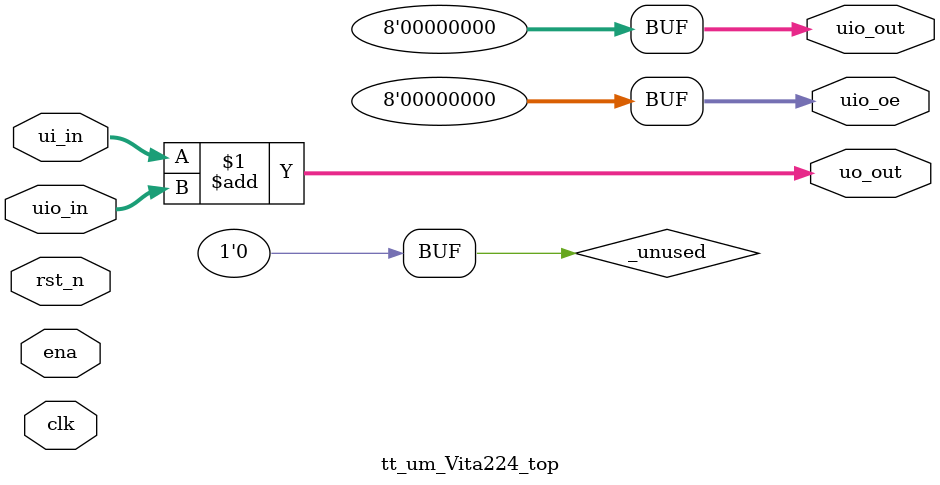
<source format=v>
/*
 * Copyright (c) 2024 Your Name
 * SPDX-License-Identifier: Apache-2.0
 */

`default_nettype none

module tt_um_Vita224_top (
    input  wire [7:0] ui_in,    // Dedicated inputs
    output wire [7:0] uo_out,   // Dedicated outputs
    input  wire [7:0] uio_in,   // IOs: Input path
    output wire [7:0] uio_out,  // IOs: Output path
    output wire [7:0] uio_oe,   // IOs: Enable path (active high: 0=input, 1=output)
    input  wire       ena,      // always 1 when the design is powered, so you can ignore it
    input  wire       clk,      // clock
    input  wire       rst_n     // reset_n - low to reset
);

  // All output pins must be assigned. If not used, assign to 0.
  assign uo_out  = ui_in + uio_in;  // Example: ou_out is the sum of ui_in and uio_in
  assign uio_out = 0;
  assign uio_oe  = 0;

  // List all unused inputs to prevent warnings
  wire _unused = &{ena, clk, rst_n, 1'b0};

endmodule

</source>
